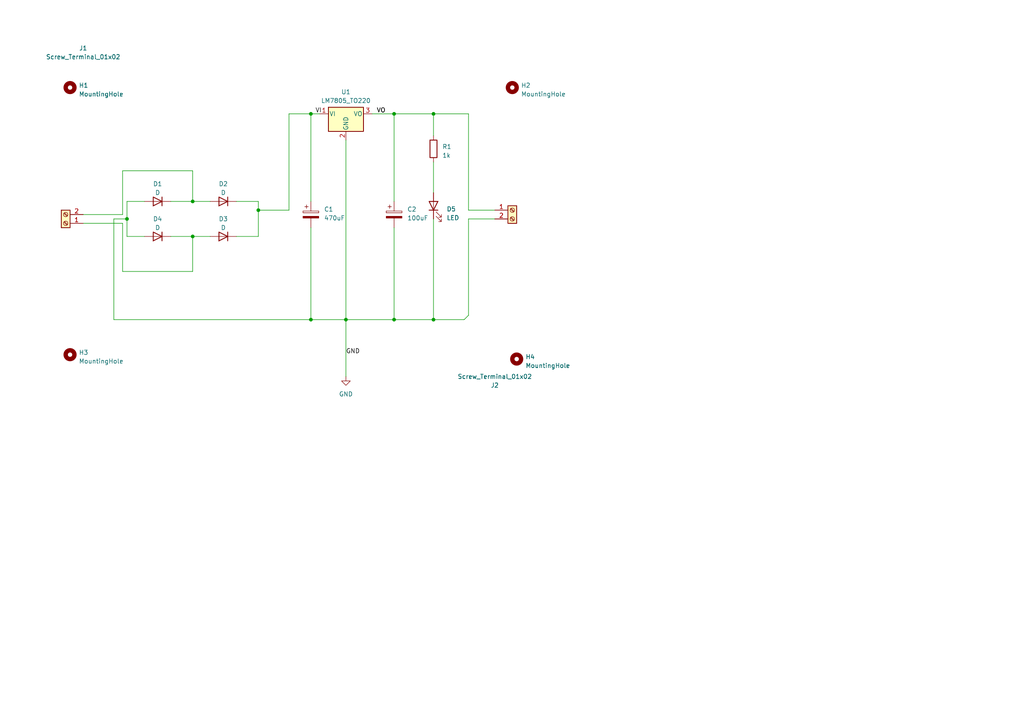
<source format=kicad_sch>
(kicad_sch (version 20230121) (generator eeschema)

  (uuid c42686b9-10cf-4bfa-bb9b-aad896d26091)

  (paper "A4")

  (title_block
    (title "aula1")
    (date "25/04")
    (rev "marcelo")
    (company "apple acadeemy")
  )

  (lib_symbols
    (symbol "Connector:Screw_Terminal_01x02" (pin_names (offset 1.016) hide) (in_bom yes) (on_board yes)
      (property "Reference" "J" (at 0 2.54 0)
        (effects (font (size 1.27 1.27)))
      )
      (property "Value" "Screw_Terminal_01x02" (at 0 -5.08 0)
        (effects (font (size 1.27 1.27)))
      )
      (property "Footprint" "" (at 0 0 0)
        (effects (font (size 1.27 1.27)) hide)
      )
      (property "Datasheet" "~" (at 0 0 0)
        (effects (font (size 1.27 1.27)) hide)
      )
      (property "ki_keywords" "screw terminal" (at 0 0 0)
        (effects (font (size 1.27 1.27)) hide)
      )
      (property "ki_description" "Generic screw terminal, single row, 01x02, script generated (kicad-library-utils/schlib/autogen/connector/)" (at 0 0 0)
        (effects (font (size 1.27 1.27)) hide)
      )
      (property "ki_fp_filters" "TerminalBlock*:*" (at 0 0 0)
        (effects (font (size 1.27 1.27)) hide)
      )
      (symbol "Screw_Terminal_01x02_1_1"
        (rectangle (start -1.27 1.27) (end 1.27 -3.81)
          (stroke (width 0.254) (type default))
          (fill (type background))
        )
        (circle (center 0 -2.54) (radius 0.635)
          (stroke (width 0.1524) (type default))
          (fill (type none))
        )
        (polyline
          (pts
            (xy -0.5334 -2.2098)
            (xy 0.3302 -3.048)
          )
          (stroke (width 0.1524) (type default))
          (fill (type none))
        )
        (polyline
          (pts
            (xy -0.5334 0.3302)
            (xy 0.3302 -0.508)
          )
          (stroke (width 0.1524) (type default))
          (fill (type none))
        )
        (polyline
          (pts
            (xy -0.3556 -2.032)
            (xy 0.508 -2.8702)
          )
          (stroke (width 0.1524) (type default))
          (fill (type none))
        )
        (polyline
          (pts
            (xy -0.3556 0.508)
            (xy 0.508 -0.3302)
          )
          (stroke (width 0.1524) (type default))
          (fill (type none))
        )
        (circle (center 0 0) (radius 0.635)
          (stroke (width 0.1524) (type default))
          (fill (type none))
        )
        (pin passive line (at -5.08 0 0) (length 3.81)
          (name "Pin_1" (effects (font (size 1.27 1.27))))
          (number "1" (effects (font (size 1.27 1.27))))
        )
        (pin passive line (at -5.08 -2.54 0) (length 3.81)
          (name "Pin_2" (effects (font (size 1.27 1.27))))
          (number "2" (effects (font (size 1.27 1.27))))
        )
      )
    )
    (symbol "Device:C_Polarized" (pin_numbers hide) (pin_names (offset 0.254)) (in_bom yes) (on_board yes)
      (property "Reference" "C" (at 0.635 2.54 0)
        (effects (font (size 1.27 1.27)) (justify left))
      )
      (property "Value" "C_Polarized" (at 0.635 -2.54 0)
        (effects (font (size 1.27 1.27)) (justify left))
      )
      (property "Footprint" "" (at 0.9652 -3.81 0)
        (effects (font (size 1.27 1.27)) hide)
      )
      (property "Datasheet" "~" (at 0 0 0)
        (effects (font (size 1.27 1.27)) hide)
      )
      (property "ki_keywords" "cap capacitor" (at 0 0 0)
        (effects (font (size 1.27 1.27)) hide)
      )
      (property "ki_description" "Polarized capacitor" (at 0 0 0)
        (effects (font (size 1.27 1.27)) hide)
      )
      (property "ki_fp_filters" "CP_*" (at 0 0 0)
        (effects (font (size 1.27 1.27)) hide)
      )
      (symbol "C_Polarized_0_1"
        (rectangle (start -2.286 0.508) (end 2.286 1.016)
          (stroke (width 0) (type default))
          (fill (type none))
        )
        (polyline
          (pts
            (xy -1.778 2.286)
            (xy -0.762 2.286)
          )
          (stroke (width 0) (type default))
          (fill (type none))
        )
        (polyline
          (pts
            (xy -1.27 2.794)
            (xy -1.27 1.778)
          )
          (stroke (width 0) (type default))
          (fill (type none))
        )
        (rectangle (start 2.286 -0.508) (end -2.286 -1.016)
          (stroke (width 0) (type default))
          (fill (type outline))
        )
      )
      (symbol "C_Polarized_1_1"
        (pin passive line (at 0 3.81 270) (length 2.794)
          (name "~" (effects (font (size 1.27 1.27))))
          (number "1" (effects (font (size 1.27 1.27))))
        )
        (pin passive line (at 0 -3.81 90) (length 2.794)
          (name "~" (effects (font (size 1.27 1.27))))
          (number "2" (effects (font (size 1.27 1.27))))
        )
      )
    )
    (symbol "Device:D" (pin_numbers hide) (pin_names (offset 1.016) hide) (in_bom yes) (on_board yes)
      (property "Reference" "D" (at 0 2.54 0)
        (effects (font (size 1.27 1.27)))
      )
      (property "Value" "D" (at 0 -2.54 0)
        (effects (font (size 1.27 1.27)))
      )
      (property "Footprint" "" (at 0 0 0)
        (effects (font (size 1.27 1.27)) hide)
      )
      (property "Datasheet" "~" (at 0 0 0)
        (effects (font (size 1.27 1.27)) hide)
      )
      (property "Sim.Device" "D" (at 0 0 0)
        (effects (font (size 1.27 1.27)) hide)
      )
      (property "Sim.Pins" "1=K 2=A" (at 0 0 0)
        (effects (font (size 1.27 1.27)) hide)
      )
      (property "ki_keywords" "diode" (at 0 0 0)
        (effects (font (size 1.27 1.27)) hide)
      )
      (property "ki_description" "Diode" (at 0 0 0)
        (effects (font (size 1.27 1.27)) hide)
      )
      (property "ki_fp_filters" "TO-???* *_Diode_* *SingleDiode* D_*" (at 0 0 0)
        (effects (font (size 1.27 1.27)) hide)
      )
      (symbol "D_0_1"
        (polyline
          (pts
            (xy -1.27 1.27)
            (xy -1.27 -1.27)
          )
          (stroke (width 0.254) (type default))
          (fill (type none))
        )
        (polyline
          (pts
            (xy 1.27 0)
            (xy -1.27 0)
          )
          (stroke (width 0) (type default))
          (fill (type none))
        )
        (polyline
          (pts
            (xy 1.27 1.27)
            (xy 1.27 -1.27)
            (xy -1.27 0)
            (xy 1.27 1.27)
          )
          (stroke (width 0.254) (type default))
          (fill (type none))
        )
      )
      (symbol "D_1_1"
        (pin passive line (at -3.81 0 0) (length 2.54)
          (name "K" (effects (font (size 1.27 1.27))))
          (number "1" (effects (font (size 1.27 1.27))))
        )
        (pin passive line (at 3.81 0 180) (length 2.54)
          (name "A" (effects (font (size 1.27 1.27))))
          (number "2" (effects (font (size 1.27 1.27))))
        )
      )
    )
    (symbol "Device:LED" (pin_numbers hide) (pin_names (offset 1.016) hide) (in_bom yes) (on_board yes)
      (property "Reference" "D" (at 0 2.54 0)
        (effects (font (size 1.27 1.27)))
      )
      (property "Value" "LED" (at 0 -2.54 0)
        (effects (font (size 1.27 1.27)))
      )
      (property "Footprint" "" (at 0 0 0)
        (effects (font (size 1.27 1.27)) hide)
      )
      (property "Datasheet" "~" (at 0 0 0)
        (effects (font (size 1.27 1.27)) hide)
      )
      (property "ki_keywords" "LED diode" (at 0 0 0)
        (effects (font (size 1.27 1.27)) hide)
      )
      (property "ki_description" "Light emitting diode" (at 0 0 0)
        (effects (font (size 1.27 1.27)) hide)
      )
      (property "ki_fp_filters" "LED* LED_SMD:* LED_THT:*" (at 0 0 0)
        (effects (font (size 1.27 1.27)) hide)
      )
      (symbol "LED_0_1"
        (polyline
          (pts
            (xy -1.27 -1.27)
            (xy -1.27 1.27)
          )
          (stroke (width 0.254) (type default))
          (fill (type none))
        )
        (polyline
          (pts
            (xy -1.27 0)
            (xy 1.27 0)
          )
          (stroke (width 0) (type default))
          (fill (type none))
        )
        (polyline
          (pts
            (xy 1.27 -1.27)
            (xy 1.27 1.27)
            (xy -1.27 0)
            (xy 1.27 -1.27)
          )
          (stroke (width 0.254) (type default))
          (fill (type none))
        )
        (polyline
          (pts
            (xy -3.048 -0.762)
            (xy -4.572 -2.286)
            (xy -3.81 -2.286)
            (xy -4.572 -2.286)
            (xy -4.572 -1.524)
          )
          (stroke (width 0) (type default))
          (fill (type none))
        )
        (polyline
          (pts
            (xy -1.778 -0.762)
            (xy -3.302 -2.286)
            (xy -2.54 -2.286)
            (xy -3.302 -2.286)
            (xy -3.302 -1.524)
          )
          (stroke (width 0) (type default))
          (fill (type none))
        )
      )
      (symbol "LED_1_1"
        (pin passive line (at -3.81 0 0) (length 2.54)
          (name "K" (effects (font (size 1.27 1.27))))
          (number "1" (effects (font (size 1.27 1.27))))
        )
        (pin passive line (at 3.81 0 180) (length 2.54)
          (name "A" (effects (font (size 1.27 1.27))))
          (number "2" (effects (font (size 1.27 1.27))))
        )
      )
    )
    (symbol "Device:R" (pin_numbers hide) (pin_names (offset 0)) (in_bom yes) (on_board yes)
      (property "Reference" "R" (at 2.032 0 90)
        (effects (font (size 1.27 1.27)))
      )
      (property "Value" "R" (at 0 0 90)
        (effects (font (size 1.27 1.27)))
      )
      (property "Footprint" "" (at -1.778 0 90)
        (effects (font (size 1.27 1.27)) hide)
      )
      (property "Datasheet" "~" (at 0 0 0)
        (effects (font (size 1.27 1.27)) hide)
      )
      (property "ki_keywords" "R res resistor" (at 0 0 0)
        (effects (font (size 1.27 1.27)) hide)
      )
      (property "ki_description" "Resistor" (at 0 0 0)
        (effects (font (size 1.27 1.27)) hide)
      )
      (property "ki_fp_filters" "R_*" (at 0 0 0)
        (effects (font (size 1.27 1.27)) hide)
      )
      (symbol "R_0_1"
        (rectangle (start -1.016 -2.54) (end 1.016 2.54)
          (stroke (width 0.254) (type default))
          (fill (type none))
        )
      )
      (symbol "R_1_1"
        (pin passive line (at 0 3.81 270) (length 1.27)
          (name "~" (effects (font (size 1.27 1.27))))
          (number "1" (effects (font (size 1.27 1.27))))
        )
        (pin passive line (at 0 -3.81 90) (length 1.27)
          (name "~" (effects (font (size 1.27 1.27))))
          (number "2" (effects (font (size 1.27 1.27))))
        )
      )
    )
    (symbol "Mechanical:MountingHole" (pin_names (offset 1.016)) (in_bom yes) (on_board yes)
      (property "Reference" "H" (at 0 5.08 0)
        (effects (font (size 1.27 1.27)))
      )
      (property "Value" "MountingHole" (at 0 3.175 0)
        (effects (font (size 1.27 1.27)))
      )
      (property "Footprint" "" (at 0 0 0)
        (effects (font (size 1.27 1.27)) hide)
      )
      (property "Datasheet" "~" (at 0 0 0)
        (effects (font (size 1.27 1.27)) hide)
      )
      (property "ki_keywords" "mounting hole" (at 0 0 0)
        (effects (font (size 1.27 1.27)) hide)
      )
      (property "ki_description" "Mounting Hole without connection" (at 0 0 0)
        (effects (font (size 1.27 1.27)) hide)
      )
      (property "ki_fp_filters" "MountingHole*" (at 0 0 0)
        (effects (font (size 1.27 1.27)) hide)
      )
      (symbol "MountingHole_0_1"
        (circle (center 0 0) (radius 1.27)
          (stroke (width 1.27) (type default))
          (fill (type none))
        )
      )
    )
    (symbol "Regulator_Linear:LM7805_TO220" (pin_names (offset 0.254)) (in_bom yes) (on_board yes)
      (property "Reference" "U" (at -3.81 3.175 0)
        (effects (font (size 1.27 1.27)))
      )
      (property "Value" "LM7805_TO220" (at 0 3.175 0)
        (effects (font (size 1.27 1.27)) (justify left))
      )
      (property "Footprint" "Package_TO_SOT_THT:TO-220-3_Vertical" (at 0 5.715 0)
        (effects (font (size 1.27 1.27) italic) hide)
      )
      (property "Datasheet" "https://www.onsemi.cn/PowerSolutions/document/MC7800-D.PDF" (at 0 -1.27 0)
        (effects (font (size 1.27 1.27)) hide)
      )
      (property "ki_keywords" "Voltage Regulator 1A Positive" (at 0 0 0)
        (effects (font (size 1.27 1.27)) hide)
      )
      (property "ki_description" "Positive 1A 35V Linear Regulator, Fixed Output 5V, TO-220" (at 0 0 0)
        (effects (font (size 1.27 1.27)) hide)
      )
      (property "ki_fp_filters" "TO?220*" (at 0 0 0)
        (effects (font (size 1.27 1.27)) hide)
      )
      (symbol "LM7805_TO220_0_1"
        (rectangle (start -5.08 1.905) (end 5.08 -5.08)
          (stroke (width 0.254) (type default))
          (fill (type background))
        )
      )
      (symbol "LM7805_TO220_1_1"
        (pin power_in line (at -7.62 0 0) (length 2.54)
          (name "VI" (effects (font (size 1.27 1.27))))
          (number "1" (effects (font (size 1.27 1.27))))
        )
        (pin power_in line (at 0 -7.62 90) (length 2.54)
          (name "GND" (effects (font (size 1.27 1.27))))
          (number "2" (effects (font (size 1.27 1.27))))
        )
        (pin power_out line (at 7.62 0 180) (length 2.54)
          (name "VO" (effects (font (size 1.27 1.27))))
          (number "3" (effects (font (size 1.27 1.27))))
        )
      )
    )
    (symbol "power:GND" (power) (pin_names (offset 0)) (in_bom yes) (on_board yes)
      (property "Reference" "#PWR" (at 0 -6.35 0)
        (effects (font (size 1.27 1.27)) hide)
      )
      (property "Value" "GND" (at 0 -3.81 0)
        (effects (font (size 1.27 1.27)))
      )
      (property "Footprint" "" (at 0 0 0)
        (effects (font (size 1.27 1.27)) hide)
      )
      (property "Datasheet" "" (at 0 0 0)
        (effects (font (size 1.27 1.27)) hide)
      )
      (property "ki_keywords" "global power" (at 0 0 0)
        (effects (font (size 1.27 1.27)) hide)
      )
      (property "ki_description" "Power symbol creates a global label with name \"GND\" , ground" (at 0 0 0)
        (effects (font (size 1.27 1.27)) hide)
      )
      (symbol "GND_0_1"
        (polyline
          (pts
            (xy 0 0)
            (xy 0 -1.27)
            (xy 1.27 -1.27)
            (xy 0 -2.54)
            (xy -1.27 -1.27)
            (xy 0 -1.27)
          )
          (stroke (width 0) (type default))
          (fill (type none))
        )
      )
      (symbol "GND_1_1"
        (pin power_in line (at 0 0 270) (length 0) hide
          (name "GND" (effects (font (size 1.27 1.27))))
          (number "1" (effects (font (size 1.27 1.27))))
        )
      )
    )
  )

  (junction (at 114.3 92.71) (diameter 0) (color 0 0 0 0)
    (uuid 058007d7-ff12-43ce-9773-763a055401c5)
  )
  (junction (at 90.17 33.02) (diameter 0) (color 0 0 0 0)
    (uuid 1d614adb-13bf-4e94-b813-627ab2eaddc4)
  )
  (junction (at 100.33 92.71) (diameter 0) (color 0 0 0 0)
    (uuid 3d3272b3-7afb-4ee9-9a1d-f5d1ec167ac2)
  )
  (junction (at 55.88 68.58) (diameter 0) (color 0 0 0 0)
    (uuid 46646bc8-4fd5-4df8-a725-f3f2d159284d)
  )
  (junction (at 125.73 33.02) (diameter 0) (color 0 0 0 0)
    (uuid 52e0f101-029d-4ac8-82f5-fab6aaeb64a1)
  )
  (junction (at 90.17 92.71) (diameter 0) (color 0 0 0 0)
    (uuid ac91ce62-8d3a-439b-9722-8507f6f1beba)
  )
  (junction (at 55.88 58.42) (diameter 0) (color 0 0 0 0)
    (uuid b2220a71-fbc4-46dd-b3c0-4c4bbcfafb49)
  )
  (junction (at 74.93 60.96) (diameter 0) (color 0 0 0 0)
    (uuid b499fe63-8cd0-4262-ba11-ad95ed7f9dd9)
  )
  (junction (at 114.3 33.02) (diameter 0) (color 0 0 0 0)
    (uuid d8a949d6-99f3-4897-8874-feecbed78a61)
  )
  (junction (at 125.73 92.71) (diameter 0) (color 0 0 0 0)
    (uuid ed1db692-3b0c-41d4-9016-682ce4de4ee8)
  )
  (junction (at 36.83 63.5) (diameter 0) (color 0 0 0 0)
    (uuid f9c59007-be88-4d67-8502-50ffbb0641e8)
  )

  (wire (pts (xy 125.73 33.02) (xy 135.89 33.02))
    (stroke (width 0) (type default))
    (uuid 0b9aeb86-c853-4ce2-9247-789617034442)
  )
  (wire (pts (xy 74.93 60.96) (xy 83.82 60.96))
    (stroke (width 0) (type default))
    (uuid 1066ee78-5963-48e8-9c42-a1156ea9f62a)
  )
  (wire (pts (xy 33.02 63.5) (xy 33.02 92.71))
    (stroke (width 0) (type default))
    (uuid 11901e88-df1a-4446-9429-27b14e3aa356)
  )
  (wire (pts (xy 125.73 33.02) (xy 125.73 39.37))
    (stroke (width 0) (type default))
    (uuid 1668374b-5eed-4a9b-bc25-e9ab0ab448c2)
  )
  (wire (pts (xy 35.56 49.53) (xy 35.56 62.23))
    (stroke (width 0) (type default))
    (uuid 1cc7d4ed-5c19-476b-903f-5bb937aa2239)
  )
  (wire (pts (xy 24.13 64.77) (xy 35.56 64.77))
    (stroke (width 0) (type default))
    (uuid 1df54049-081e-4aa0-8139-fed7403accd9)
  )
  (wire (pts (xy 83.82 33.02) (xy 90.17 33.02))
    (stroke (width 0) (type default))
    (uuid 24bb91b6-e5fe-4e5e-9c6c-9883317860ff)
  )
  (wire (pts (xy 90.17 33.02) (xy 90.17 58.42))
    (stroke (width 0) (type default))
    (uuid 3313494d-e9a7-4f94-8345-473d6d23a799)
  )
  (wire (pts (xy 36.83 68.58) (xy 41.91 68.58))
    (stroke (width 0) (type default))
    (uuid 33edc326-7117-4009-a2f4-1ce632494028)
  )
  (wire (pts (xy 35.56 78.74) (xy 55.88 78.74))
    (stroke (width 0) (type default))
    (uuid 349e7210-c195-40b3-87b8-781bb1f50a8c)
  )
  (wire (pts (xy 135.89 91.44) (xy 134.62 92.71))
    (stroke (width 0) (type default))
    (uuid 36e1f20a-c1b3-41df-9759-6a5946dbdca6)
  )
  (wire (pts (xy 49.53 58.42) (xy 55.88 58.42))
    (stroke (width 0) (type default))
    (uuid 36e4bb58-730b-4288-b367-777792849a50)
  )
  (wire (pts (xy 107.95 33.02) (xy 114.3 33.02))
    (stroke (width 0) (type default))
    (uuid 37530652-7772-448b-ba6d-af345e9180ea)
  )
  (wire (pts (xy 36.83 58.42) (xy 36.83 63.5))
    (stroke (width 0) (type default))
    (uuid 39adc324-8a7f-429a-8b51-8b62d38f7f4d)
  )
  (wire (pts (xy 90.17 33.02) (xy 92.71 33.02))
    (stroke (width 0) (type default))
    (uuid 39e5e4f8-dc32-478d-a37a-cedf1151d65a)
  )
  (wire (pts (xy 100.33 92.71) (xy 114.3 92.71))
    (stroke (width 0) (type default))
    (uuid 3c50dcbf-ff3d-4061-aa96-80d6ab5dbfb2)
  )
  (wire (pts (xy 33.02 92.71) (xy 90.17 92.71))
    (stroke (width 0) (type default))
    (uuid 416b19a8-1abf-42b2-8930-729e508cecf8)
  )
  (wire (pts (xy 135.89 33.02) (xy 135.89 60.96))
    (stroke (width 0) (type default))
    (uuid 452cf451-cd09-4849-9997-936a5e39347a)
  )
  (wire (pts (xy 24.13 62.23) (xy 35.56 62.23))
    (stroke (width 0) (type default))
    (uuid 4b98eb60-7384-4c60-bde9-439087604f7a)
  )
  (wire (pts (xy 49.53 68.58) (xy 55.88 68.58))
    (stroke (width 0) (type default))
    (uuid 4d4791c4-e223-4b77-ba97-1734482584e3)
  )
  (wire (pts (xy 125.73 92.71) (xy 134.62 92.71))
    (stroke (width 0) (type default))
    (uuid 63250dbc-b1bd-4630-9698-e1de24677878)
  )
  (wire (pts (xy 114.3 33.02) (xy 114.3 58.42))
    (stroke (width 0) (type default))
    (uuid 671fb927-a891-42eb-9892-fc934eaedf4c)
  )
  (wire (pts (xy 114.3 33.02) (xy 125.73 33.02))
    (stroke (width 0) (type default))
    (uuid 68c7bd49-3c0d-40ae-beae-3e64b90ece84)
  )
  (wire (pts (xy 33.02 63.5) (xy 36.83 63.5))
    (stroke (width 0) (type default))
    (uuid 68d8955d-8b61-4c4f-9f8a-2e65051f6c36)
  )
  (wire (pts (xy 135.89 63.5) (xy 135.89 91.44))
    (stroke (width 0) (type default))
    (uuid 72b4ee5b-3a9e-4ce1-81f5-3360d1b07450)
  )
  (wire (pts (xy 68.58 68.58) (xy 74.93 68.58))
    (stroke (width 0) (type default))
    (uuid 73d0230a-9c7e-457f-bd25-69e9a52447e9)
  )
  (wire (pts (xy 114.3 92.71) (xy 125.73 92.71))
    (stroke (width 0) (type default))
    (uuid 7c891208-73e5-4766-a9ba-eb5e3141a2df)
  )
  (wire (pts (xy 100.33 92.71) (xy 100.33 109.22))
    (stroke (width 0) (type default))
    (uuid 8a085a40-db53-481c-a951-c625e6ee5047)
  )
  (wire (pts (xy 55.88 68.58) (xy 60.96 68.58))
    (stroke (width 0) (type default))
    (uuid 8ac16cda-727d-4928-a42e-86ca02d7c512)
  )
  (wire (pts (xy 135.89 60.96) (xy 143.51 60.96))
    (stroke (width 0) (type default))
    (uuid 91860843-c4ba-4ba7-949d-bbf46159b0cf)
  )
  (wire (pts (xy 125.73 46.99) (xy 125.73 55.88))
    (stroke (width 0) (type default))
    (uuid 94fc8bfb-b4e7-4925-ba91-682130449dfd)
  )
  (wire (pts (xy 68.58 58.42) (xy 74.93 58.42))
    (stroke (width 0) (type default))
    (uuid a72077a5-d64b-4623-8f47-dbc78afb7dfe)
  )
  (wire (pts (xy 114.3 66.04) (xy 114.3 92.71))
    (stroke (width 0) (type default))
    (uuid b4d6afd3-57a3-4bb1-b0eb-e8aca0b5c30f)
  )
  (wire (pts (xy 125.73 63.5) (xy 125.73 92.71))
    (stroke (width 0) (type default))
    (uuid b6519616-1946-426b-bbf0-46d14b347f1b)
  )
  (wire (pts (xy 83.82 33.02) (xy 83.82 60.96))
    (stroke (width 0) (type default))
    (uuid c0e2edfd-bd0f-46c8-8744-68de119b6272)
  )
  (wire (pts (xy 36.83 58.42) (xy 41.91 58.42))
    (stroke (width 0) (type default))
    (uuid d121c013-3997-4b26-a7e7-068c624e265f)
  )
  (wire (pts (xy 55.88 49.53) (xy 55.88 58.42))
    (stroke (width 0) (type default))
    (uuid d3ca1bb2-680c-448c-8ca5-fe2c0ad2da4e)
  )
  (wire (pts (xy 90.17 92.71) (xy 100.33 92.71))
    (stroke (width 0) (type default))
    (uuid d7519e8b-d67f-49a4-a1bc-8df009d35b1e)
  )
  (wire (pts (xy 35.56 49.53) (xy 55.88 49.53))
    (stroke (width 0) (type default))
    (uuid da178d43-ff01-4e62-b0c5-436f6693a62e)
  )
  (wire (pts (xy 55.88 68.58) (xy 55.88 78.74))
    (stroke (width 0) (type default))
    (uuid e65b8a35-074a-48f5-b487-8ad39e754c67)
  )
  (wire (pts (xy 55.88 58.42) (xy 60.96 58.42))
    (stroke (width 0) (type default))
    (uuid e86ff90c-9555-43fe-bbe9-9d422855172e)
  )
  (wire (pts (xy 36.83 63.5) (xy 36.83 68.58))
    (stroke (width 0) (type default))
    (uuid ea989ede-f4b6-46d4-8585-12528ef05765)
  )
  (wire (pts (xy 90.17 66.04) (xy 90.17 92.71))
    (stroke (width 0) (type default))
    (uuid eac5cad9-2a8d-495a-9278-9c5813fcee07)
  )
  (wire (pts (xy 135.89 63.5) (xy 143.51 63.5))
    (stroke (width 0) (type default))
    (uuid ec908e9d-aeaf-433d-82b9-6b6fe8a3a39c)
  )
  (wire (pts (xy 74.93 60.96) (xy 74.93 68.58))
    (stroke (width 0) (type default))
    (uuid f0041605-816f-4985-a0da-947bc95b8bcd)
  )
  (wire (pts (xy 100.33 40.64) (xy 100.33 92.71))
    (stroke (width 0) (type default))
    (uuid f120f5c3-ccee-42fd-9479-235077df255c)
  )
  (wire (pts (xy 74.93 58.42) (xy 74.93 60.96))
    (stroke (width 0) (type default))
    (uuid f938502b-458f-4310-8de2-186d7b708825)
  )
  (wire (pts (xy 35.56 64.77) (xy 35.56 78.74))
    (stroke (width 0) (type default))
    (uuid f98728a0-b85c-48c3-a42c-fd7b3f7dd093)
  )

  (label "GND" (at 100.33 102.87 0) (fields_autoplaced)
    (effects (font (size 1.27 1.27)) (justify left bottom))
    (uuid 128f068e-2d6f-4ba9-a95d-6c9acab7c8e4)
  )
  (label "VO" (at 109.22 33.02 0) (fields_autoplaced)
    (effects (font (size 1.27 1.27)) (justify left bottom))
    (uuid 3e4303d3-1f33-4def-9b65-a36855133497)
  )
  (label "VO" (at 109.22 33.02 0) (fields_autoplaced)
    (effects (font (size 1.27 1.27)) (justify left bottom))
    (uuid 55eee6f3-d966-4b5c-bb6a-5d7203e4e389)
  )
  (label "VI" (at 91.44 33.02 0) (fields_autoplaced)
    (effects (font (size 1.27 1.27)) (justify left bottom))
    (uuid c836b6e7-bc6a-4e94-8f2a-0f9e920460df)
  )

  (symbol (lib_id "Device:R") (at 125.73 43.18 0) (unit 1)
    (in_bom yes) (on_board yes) (dnp no) (fields_autoplaced)
    (uuid 2c1620d3-93a9-402d-9ab5-a5da2246b61c)
    (property "Reference" "R1" (at 128.27 42.545 0)
      (effects (font (size 1.27 1.27)) (justify left))
    )
    (property "Value" "1k" (at 128.27 45.085 0)
      (effects (font (size 1.27 1.27)) (justify left))
    )
    (property "Footprint" "Resistor_THT:R_Axial_DIN0207_L6.3mm_D2.5mm_P10.16mm_Horizontal" (at 123.952 43.18 90)
      (effects (font (size 1.27 1.27)) hide)
    )
    (property "Datasheet" "~" (at 125.73 43.18 0)
      (effects (font (size 1.27 1.27)) hide)
    )
    (pin "1" (uuid 543259d9-e26d-4d0c-8f54-9fcd84c0ec1c))
    (pin "2" (uuid d9daf372-fbb6-4370-8d25-ed63e02ce6b9))
    (instances
      (project "aula"
        (path "/c42686b9-10cf-4bfa-bb9b-aad896d26091"
          (reference "R1") (unit 1)
        )
      )
    )
  )

  (symbol (lib_id "Device:D") (at 64.77 58.42 180) (unit 1)
    (in_bom yes) (on_board yes) (dnp no) (fields_autoplaced)
    (uuid 3e1837cb-b079-4861-94a9-04413993024e)
    (property "Reference" "D2" (at 64.77 53.34 0)
      (effects (font (size 1.27 1.27)))
    )
    (property "Value" "D" (at 64.77 55.88 0)
      (effects (font (size 1.27 1.27)))
    )
    (property "Footprint" "Diode_THT:D_DO-41_SOD81_P10.16mm_Horizontal" (at 64.77 58.42 0)
      (effects (font (size 1.27 1.27)) hide)
    )
    (property "Datasheet" "~" (at 64.77 58.42 0)
      (effects (font (size 1.27 1.27)) hide)
    )
    (property "Sim.Device" "D" (at 64.77 58.42 0)
      (effects (font (size 1.27 1.27)) hide)
    )
    (property "Sim.Pins" "1=K 2=A" (at 64.77 58.42 0)
      (effects (font (size 1.27 1.27)) hide)
    )
    (pin "1" (uuid a168fa2f-7014-4c36-9f7c-c6b1db536343))
    (pin "2" (uuid aa1a6f43-4fef-4db4-91df-c6f5074d9afe))
    (instances
      (project "aula"
        (path "/c42686b9-10cf-4bfa-bb9b-aad896d26091"
          (reference "D2") (unit 1)
        )
      )
    )
  )

  (symbol (lib_id "Connector:Screw_Terminal_01x02") (at 19.05 64.77 180) (unit 1)
    (in_bom yes) (on_board yes) (dnp no)
    (uuid 3ff66981-755e-464c-a1a1-fc1c2b6b4fc9)
    (property "Reference" "J1" (at 24.13 13.97 0)
      (effects (font (size 1.27 1.27)))
    )
    (property "Value" "Screw_Terminal_01x02" (at 24.13 16.51 0)
      (effects (font (size 1.27 1.27)))
    )
    (property "Footprint" "TerminalBlock:TerminalBlock_bornier-2_P5.08mm" (at 19.05 64.77 0)
      (effects (font (size 1.27 1.27)) hide)
    )
    (property "Datasheet" "~" (at 19.05 64.77 0)
      (effects (font (size 1.27 1.27)) hide)
    )
    (pin "1" (uuid 0070f042-aead-4fbe-84ee-5d712897bc6d))
    (pin "2" (uuid 01dc48dc-1a13-4b9b-aac1-3d68f7507925))
    (instances
      (project "aula"
        (path "/c42686b9-10cf-4bfa-bb9b-aad896d26091"
          (reference "J1") (unit 1)
        )
      )
    )
  )

  (symbol (lib_id "Mechanical:MountingHole") (at 20.32 25.4 0) (unit 1)
    (in_bom yes) (on_board yes) (dnp no) (fields_autoplaced)
    (uuid 458e54aa-25cd-435f-968f-dac9f62555db)
    (property "Reference" "H1" (at 22.86 24.765 0)
      (effects (font (size 1.27 1.27)) (justify left))
    )
    (property "Value" "MountingHole" (at 22.86 27.305 0)
      (effects (font (size 1.27 1.27)) (justify left))
    )
    (property "Footprint" "MountingHole:MountingHole_5mm" (at 20.32 25.4 0)
      (effects (font (size 1.27 1.27)) hide)
    )
    (property "Datasheet" "~" (at 20.32 25.4 0)
      (effects (font (size 1.27 1.27)) hide)
    )
    (instances
      (project "aula"
        (path "/c42686b9-10cf-4bfa-bb9b-aad896d26091"
          (reference "H1") (unit 1)
        )
      )
    )
  )

  (symbol (lib_id "Connector:Screw_Terminal_01x02") (at 148.59 60.96 0) (unit 1)
    (in_bom yes) (on_board yes) (dnp no)
    (uuid 4ae1a570-c4da-4e9c-9c62-005e7b34caf5)
    (property "Reference" "J2" (at 143.51 111.76 0)
      (effects (font (size 1.27 1.27)))
    )
    (property "Value" "Screw_Terminal_01x02" (at 143.51 109.22 0)
      (effects (font (size 1.27 1.27)))
    )
    (property "Footprint" "TerminalBlock:TerminalBlock_bornier-2_P5.08mm" (at 148.59 60.96 0)
      (effects (font (size 1.27 1.27)) hide)
    )
    (property "Datasheet" "~" (at 148.59 60.96 0)
      (effects (font (size 1.27 1.27)) hide)
    )
    (pin "1" (uuid b6164321-71cc-4b1f-8dc4-0ae67d86936f))
    (pin "2" (uuid 6a308a72-25f5-41c0-98be-7ec04632c95e))
    (instances
      (project "aula"
        (path "/c42686b9-10cf-4bfa-bb9b-aad896d26091"
          (reference "J2") (unit 1)
        )
      )
    )
  )

  (symbol (lib_id "Device:D") (at 64.77 68.58 180) (unit 1)
    (in_bom yes) (on_board yes) (dnp no) (fields_autoplaced)
    (uuid 4f16c923-79f1-4afa-8221-b95c3db74b1e)
    (property "Reference" "D3" (at 64.77 63.5 0)
      (effects (font (size 1.27 1.27)))
    )
    (property "Value" "D" (at 64.77 66.04 0)
      (effects (font (size 1.27 1.27)))
    )
    (property "Footprint" "Diode_THT:D_DO-41_SOD81_P10.16mm_Horizontal" (at 64.77 68.58 0)
      (effects (font (size 1.27 1.27)) hide)
    )
    (property "Datasheet" "~" (at 64.77 68.58 0)
      (effects (font (size 1.27 1.27)) hide)
    )
    (property "Sim.Device" "D" (at 64.77 68.58 0)
      (effects (font (size 1.27 1.27)) hide)
    )
    (property "Sim.Pins" "1=K 2=A" (at 64.77 68.58 0)
      (effects (font (size 1.27 1.27)) hide)
    )
    (pin "1" (uuid 1932f413-bbed-416e-b3e9-b0f6cb34478b))
    (pin "2" (uuid 93fa833e-f43f-4917-b934-a1b8a8db2943))
    (instances
      (project "aula"
        (path "/c42686b9-10cf-4bfa-bb9b-aad896d26091"
          (reference "D3") (unit 1)
        )
      )
    )
  )

  (symbol (lib_id "Mechanical:MountingHole") (at 20.32 102.87 0) (unit 1)
    (in_bom yes) (on_board yes) (dnp no) (fields_autoplaced)
    (uuid 50175233-5d18-4920-9173-c932be762285)
    (property "Reference" "H3" (at 22.86 102.235 0)
      (effects (font (size 1.27 1.27)) (justify left))
    )
    (property "Value" "MountingHole" (at 22.86 104.775 0)
      (effects (font (size 1.27 1.27)) (justify left))
    )
    (property "Footprint" "MountingHole:MountingHole_5mm" (at 20.32 102.87 0)
      (effects (font (size 1.27 1.27)) hide)
    )
    (property "Datasheet" "~" (at 20.32 102.87 0)
      (effects (font (size 1.27 1.27)) hide)
    )
    (instances
      (project "aula"
        (path "/c42686b9-10cf-4bfa-bb9b-aad896d26091"
          (reference "H3") (unit 1)
        )
      )
    )
  )

  (symbol (lib_id "Device:C_Polarized") (at 90.17 62.23 0) (unit 1)
    (in_bom yes) (on_board yes) (dnp no) (fields_autoplaced)
    (uuid 629b7ee7-6acf-450c-aa2d-0f2706669441)
    (property "Reference" "C1" (at 93.98 60.706 0)
      (effects (font (size 1.27 1.27)) (justify left))
    )
    (property "Value" "470uF" (at 93.98 63.246 0)
      (effects (font (size 1.27 1.27)) (justify left))
    )
    (property "Footprint" "Capacitor_THT:CP_Radial_D4.0mm_P1.50mm" (at 91.1352 66.04 0)
      (effects (font (size 1.27 1.27)) hide)
    )
    (property "Datasheet" "~" (at 90.17 62.23 0)
      (effects (font (size 1.27 1.27)) hide)
    )
    (pin "1" (uuid 62a7061f-e957-4ac4-86e5-dfc361573f8d))
    (pin "2" (uuid 528afef8-e36f-4dc4-8692-192aa956a0ba))
    (instances
      (project "aula"
        (path "/c42686b9-10cf-4bfa-bb9b-aad896d26091"
          (reference "C1") (unit 1)
        )
      )
    )
  )

  (symbol (lib_id "Device:D") (at 45.72 68.58 180) (unit 1)
    (in_bom yes) (on_board yes) (dnp no) (fields_autoplaced)
    (uuid 68ce46f8-5c99-4ee5-a8ca-a6a223882d4f)
    (property "Reference" "D4" (at 45.72 63.5 0)
      (effects (font (size 1.27 1.27)))
    )
    (property "Value" "D" (at 45.72 66.04 0)
      (effects (font (size 1.27 1.27)))
    )
    (property "Footprint" "Diode_THT:D_DO-41_SOD81_P10.16mm_Horizontal" (at 45.72 68.58 0)
      (effects (font (size 1.27 1.27)) hide)
    )
    (property "Datasheet" "~" (at 45.72 68.58 0)
      (effects (font (size 1.27 1.27)) hide)
    )
    (property "Sim.Device" "D" (at 45.72 68.58 0)
      (effects (font (size 1.27 1.27)) hide)
    )
    (property "Sim.Pins" "1=K 2=A" (at 45.72 68.58 0)
      (effects (font (size 1.27 1.27)) hide)
    )
    (pin "1" (uuid 7969a381-f0e2-49fa-8de7-3d7849b2b3c9))
    (pin "2" (uuid c1655725-64c7-4b88-ab51-0d8bc9a9cff5))
    (instances
      (project "aula"
        (path "/c42686b9-10cf-4bfa-bb9b-aad896d26091"
          (reference "D4") (unit 1)
        )
      )
    )
  )

  (symbol (lib_id "Mechanical:MountingHole") (at 149.86 104.14 0) (unit 1)
    (in_bom yes) (on_board yes) (dnp no) (fields_autoplaced)
    (uuid 6c0c6467-6121-48cd-8f22-29a080c5f20b)
    (property "Reference" "H4" (at 152.4 103.505 0)
      (effects (font (size 1.27 1.27)) (justify left))
    )
    (property "Value" "MountingHole" (at 152.4 106.045 0)
      (effects (font (size 1.27 1.27)) (justify left))
    )
    (property "Footprint" "MountingHole:MountingHole_5mm" (at 149.86 104.14 0)
      (effects (font (size 1.27 1.27)) hide)
    )
    (property "Datasheet" "~" (at 149.86 104.14 0)
      (effects (font (size 1.27 1.27)) hide)
    )
    (instances
      (project "aula"
        (path "/c42686b9-10cf-4bfa-bb9b-aad896d26091"
          (reference "H4") (unit 1)
        )
      )
    )
  )

  (symbol (lib_id "power:GND") (at 100.33 109.22 0) (unit 1)
    (in_bom yes) (on_board yes) (dnp no) (fields_autoplaced)
    (uuid 71c57481-fdeb-4fbd-a2ca-39d4e8ad28f0)
    (property "Reference" "#PWR01" (at 100.33 115.57 0)
      (effects (font (size 1.27 1.27)) hide)
    )
    (property "Value" "GND" (at 100.33 114.3 0)
      (effects (font (size 1.27 1.27)))
    )
    (property "Footprint" "" (at 100.33 109.22 0)
      (effects (font (size 1.27 1.27)) hide)
    )
    (property "Datasheet" "" (at 100.33 109.22 0)
      (effects (font (size 1.27 1.27)) hide)
    )
    (pin "1" (uuid 497ab708-eeb8-4b8d-9147-1324a4e57a2e))
    (instances
      (project "aula"
        (path "/c42686b9-10cf-4bfa-bb9b-aad896d26091"
          (reference "#PWR01") (unit 1)
        )
      )
    )
  )

  (symbol (lib_id "Device:C_Polarized") (at 114.3 62.23 0) (unit 1)
    (in_bom yes) (on_board yes) (dnp no) (fields_autoplaced)
    (uuid 9130f8ca-4d82-4c3d-9093-157bbb5227c2)
    (property "Reference" "C2" (at 118.11 60.706 0)
      (effects (font (size 1.27 1.27)) (justify left))
    )
    (property "Value" "100uF" (at 118.11 63.246 0)
      (effects (font (size 1.27 1.27)) (justify left))
    )
    (property "Footprint" "Capacitor_THT:CP_Radial_D4.0mm_P1.50mm" (at 115.2652 66.04 0)
      (effects (font (size 1.27 1.27)) hide)
    )
    (property "Datasheet" "~" (at 114.3 62.23 0)
      (effects (font (size 1.27 1.27)) hide)
    )
    (pin "1" (uuid cb18f603-93de-410a-b484-4fe43095ca0b))
    (pin "2" (uuid ca14ad5d-7abf-40b4-8592-9635c266e811))
    (instances
      (project "aula"
        (path "/c42686b9-10cf-4bfa-bb9b-aad896d26091"
          (reference "C2") (unit 1)
        )
      )
    )
  )

  (symbol (lib_id "Device:D") (at 45.72 58.42 180) (unit 1)
    (in_bom yes) (on_board yes) (dnp no) (fields_autoplaced)
    (uuid 942ab631-5e20-4a18-9d56-cdbd16cd26f3)
    (property "Reference" "D1" (at 45.72 53.34 0)
      (effects (font (size 1.27 1.27)))
    )
    (property "Value" "D" (at 45.72 55.88 0)
      (effects (font (size 1.27 1.27)))
    )
    (property "Footprint" "Diode_THT:D_DO-41_SOD81_P10.16mm_Horizontal" (at 45.72 58.42 0)
      (effects (font (size 1.27 1.27)) hide)
    )
    (property "Datasheet" "~" (at 45.72 58.42 0)
      (effects (font (size 1.27 1.27)) hide)
    )
    (property "Sim.Device" "D" (at 45.72 58.42 0)
      (effects (font (size 1.27 1.27)) hide)
    )
    (property "Sim.Pins" "1=K 2=A" (at 45.72 58.42 0)
      (effects (font (size 1.27 1.27)) hide)
    )
    (pin "1" (uuid 11a817c0-244e-47e4-944a-9a5c6eef9c0b))
    (pin "2" (uuid ed18fdf9-a32f-4c3e-9c92-f435d3ad1c2c))
    (instances
      (project "aula"
        (path "/c42686b9-10cf-4bfa-bb9b-aad896d26091"
          (reference "D1") (unit 1)
        )
      )
    )
  )

  (symbol (lib_id "Device:LED") (at 125.73 59.69 90) (unit 1)
    (in_bom yes) (on_board yes) (dnp no) (fields_autoplaced)
    (uuid bebf8201-d5d1-4ab3-b1b4-0410e518507c)
    (property "Reference" "D5" (at 129.54 60.6425 90)
      (effects (font (size 1.27 1.27)) (justify right))
    )
    (property "Value" "LED" (at 129.54 63.1825 90)
      (effects (font (size 1.27 1.27)) (justify right))
    )
    (property "Footprint" "LED_THT:LED_D5.0mm" (at 125.73 59.69 0)
      (effects (font (size 1.27 1.27)) hide)
    )
    (property "Datasheet" "~" (at 125.73 59.69 0)
      (effects (font (size 1.27 1.27)) hide)
    )
    (pin "1" (uuid 79e76ee9-745f-45e4-b264-73076154e5e5))
    (pin "2" (uuid bb9c2897-4553-4f5a-8100-e5a4714bc5b2))
    (instances
      (project "aula"
        (path "/c42686b9-10cf-4bfa-bb9b-aad896d26091"
          (reference "D5") (unit 1)
        )
      )
    )
  )

  (symbol (lib_id "Mechanical:MountingHole") (at 148.59 25.4 0) (unit 1)
    (in_bom yes) (on_board yes) (dnp no) (fields_autoplaced)
    (uuid d996e074-ef5c-457d-a625-84b046e17444)
    (property "Reference" "H2" (at 151.13 24.765 0)
      (effects (font (size 1.27 1.27)) (justify left))
    )
    (property "Value" "MountingHole" (at 151.13 27.305 0)
      (effects (font (size 1.27 1.27)) (justify left))
    )
    (property "Footprint" "MountingHole:MountingHole_5mm" (at 148.59 25.4 0)
      (effects (font (size 1.27 1.27)) hide)
    )
    (property "Datasheet" "~" (at 148.59 25.4 0)
      (effects (font (size 1.27 1.27)) hide)
    )
    (instances
      (project "aula"
        (path "/c42686b9-10cf-4bfa-bb9b-aad896d26091"
          (reference "H2") (unit 1)
        )
      )
    )
  )

  (symbol (lib_id "Regulator_Linear:LM7805_TO220") (at 100.33 33.02 0) (unit 1)
    (in_bom yes) (on_board yes) (dnp no) (fields_autoplaced)
    (uuid ed968acf-d48c-4f59-b3e3-9b79e43b4ab9)
    (property "Reference" "U1" (at 100.33 26.67 0)
      (effects (font (size 1.27 1.27)))
    )
    (property "Value" "LM7805_TO220" (at 100.33 29.21 0)
      (effects (font (size 1.27 1.27)))
    )
    (property "Footprint" "Package_TO_SOT_THT:TO-220-3_Vertical" (at 100.33 27.305 0)
      (effects (font (size 1.27 1.27) italic) hide)
    )
    (property "Datasheet" "https://www.onsemi.cn/PowerSolutions/document/MC7800-D.PDF" (at 100.33 34.29 0)
      (effects (font (size 1.27 1.27)) hide)
    )
    (pin "1" (uuid acbcb3a2-c06c-4461-95c7-26a15f492d66))
    (pin "2" (uuid 390f95e7-963d-4850-b28b-ed71638d56e2))
    (pin "3" (uuid 4533f2de-14b9-47f1-977c-d50eb33961a8))
    (instances
      (project "aula"
        (path "/c42686b9-10cf-4bfa-bb9b-aad896d26091"
          (reference "U1") (unit 1)
        )
      )
    )
  )

  (sheet_instances
    (path "/" (page "1"))
  )
)

</source>
